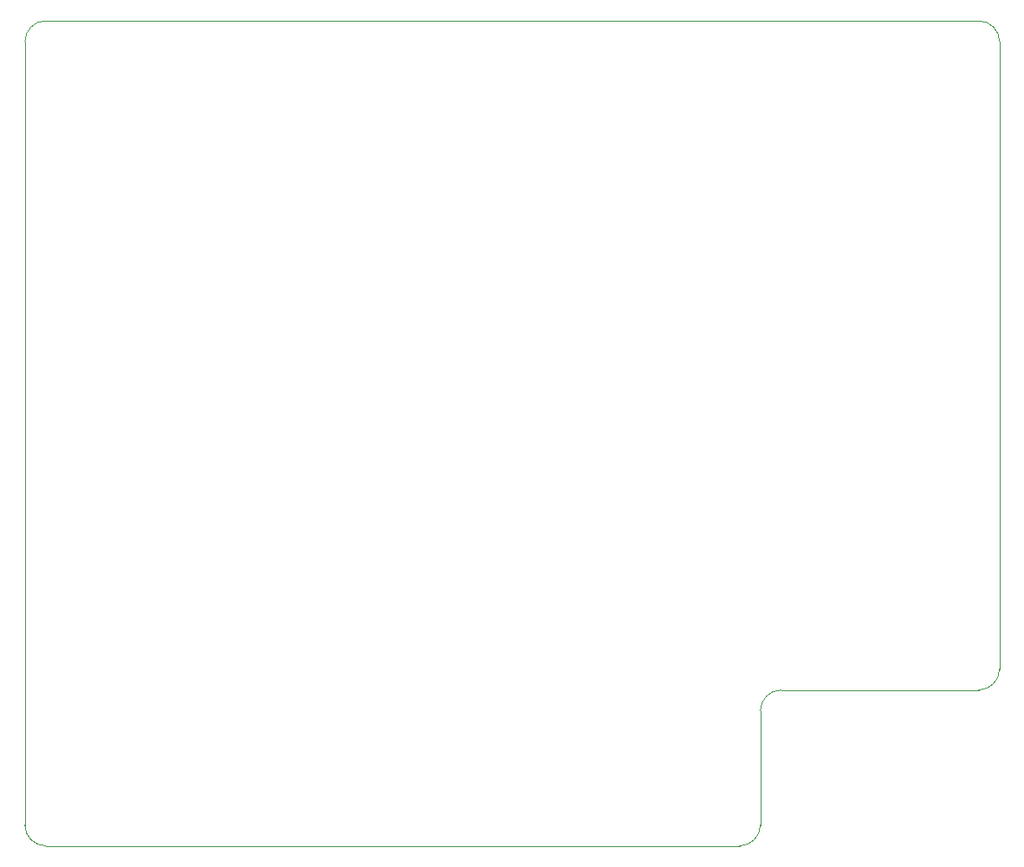
<source format=gm1>
G04 #@! TF.GenerationSoftware,KiCad,Pcbnew,7.0.8*
G04 #@! TF.CreationDate,2023-12-17T13:49:59+01:00*
G04 #@! TF.ProjectId,ePaper_timetable,65506170-6572-45f7-9469-6d657461626c,rev?*
G04 #@! TF.SameCoordinates,Original*
G04 #@! TF.FileFunction,Profile,NP*
%FSLAX46Y46*%
G04 Gerber Fmt 4.6, Leading zero omitted, Abs format (unit mm)*
G04 Created by KiCad (PCBNEW 7.0.8) date 2023-12-17 13:49:59*
%MOMM*%
%LPD*%
G01*
G04 APERTURE LIST*
G04 #@! TA.AperFunction,Profile*
%ADD10C,0.100000*%
G04 #@! TD*
G04 APERTURE END LIST*
D10*
X162560000Y-81407000D02*
X162560000Y-142748000D01*
X141224000Y-144780000D02*
G75*
G03*
X139192000Y-146812000I0J-2032000D01*
G01*
X69342000Y-79375000D02*
G75*
G03*
X67310000Y-81407000I0J-2032000D01*
G01*
X137160000Y-160020000D02*
G75*
G03*
X139192000Y-157988000I0J2032000D01*
G01*
X160528000Y-144780000D02*
X141224000Y-144780000D01*
X160528000Y-144780000D02*
G75*
G03*
X162560000Y-142748000I0J2032000D01*
G01*
X67310000Y-157988000D02*
X67310000Y-81407000D01*
X162560000Y-81407000D02*
G75*
G03*
X160528000Y-79375000I-2032000J0D01*
G01*
X139192000Y-146812000D02*
X139192000Y-157988000D01*
X69342000Y-79375000D02*
X160528000Y-79375000D01*
X137160000Y-160020000D02*
X69342000Y-160020000D01*
X67310000Y-157988000D02*
G75*
G03*
X69342000Y-160020000I2032000J0D01*
G01*
M02*

</source>
